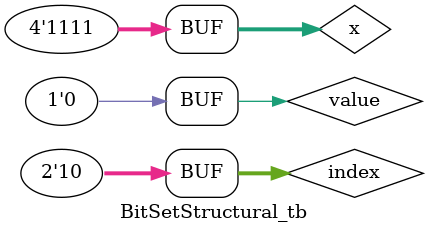
<source format=v>
module BitSetStructural_4bit(input[3:0] x, input[1:0] index, input value, output[3:0] y);
	wire[3:0] m;
	wire[3:0] nm;
	wire[7:0] w;
	wire[3:0] result;
	Demux1to4_4bit demux1 (1'b1, index, m);
	not n0(nm[0], m[0]);
	not n1(nm[1], m[1]);
	not n2(nm[2], m[2]);
	not n3(nm[3], m[3]);
	and g01(w[0], m[0], value);
	and g02(w[1], nm[0], x[0]);
	and g11(w[2], m[1], value);
	and g12(w[3], nm[1], x[1]);
	and g21(w[4], m[2], value);
	and g22(w[5], nm[2], x[2]);
	and g31(w[6], m[3], value);
	and g32(w[7], nm[3], x[3]);
	
	or(result[0], w[0], w[1]);
        or(result[1], w[2], w[3]);
        or(result[2], w[4], w[5]);
        or(result[3], w[6], w[7]);

	assign y[0] = result[0];
	assign y[1] = result[1];
	assign y[2] = result[2];
	assign y[3] = result[3];
endmodule

module Demux1to4_4bit(input x, input[1:0] s, output[3:0] y);
	reg y;
	always@(x, y)
		case(s)
			0: y={3'b000,x};
                        1: y={2'b00,x,1'b0};
                        2: y={1'b0,x,2'b00};
                        3: y={x,3'b000};
		endcase
endmodule

module BitSetStructural_tb();
	reg[3:0] x;
	reg[1:0] index;
	reg value;
	wire[3:0] y;
	
	BitSetStructural_4bit bss4b (x, index, value, y);

	initial begin
		$monitor("%d x=%b index=%d value=%b y=%b", $time, x, index, value, y);
		#10
		x=4'b0000;
		index=2'b00;
		value=1'b0;
                #10
                x=4'b0001;
                index=2'b00;
                value=1'b0;
                #10
                x=4'b0000;
                index=2'b11;
                value=1'b1;
                #10
                x=4'b1111;
                index=2'b10;
                value=1'b0;
	end
endmodule

</source>
